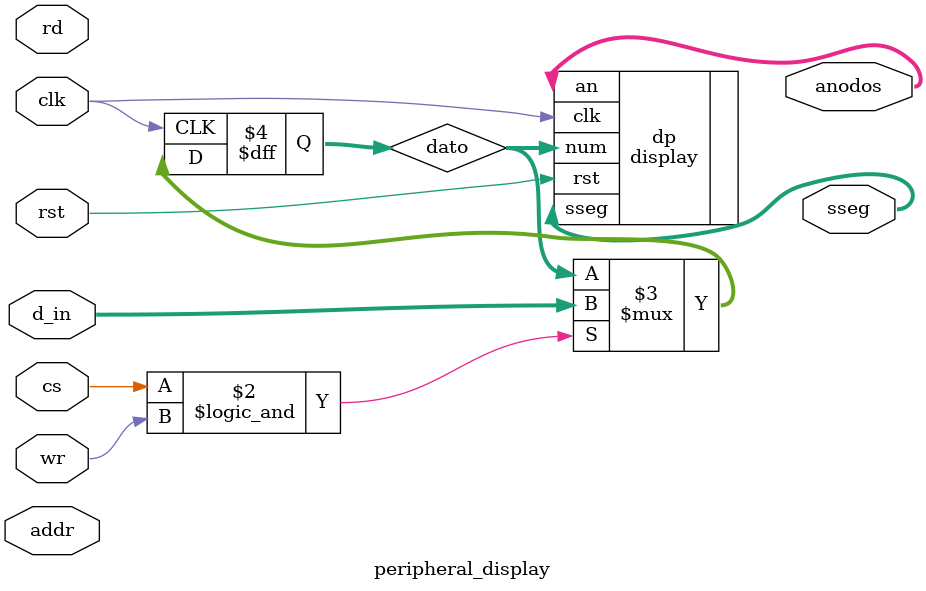
<source format=v>
module peripheral_display(clk,rst,d_in,cs,addr,rd,wr,sseg,anodos);

  input clk;
  input rst;
  input [15:0]d_in;
  input cs;
  input [3:0]addr;
  input rd;
  input wr;
 
  output [6:0]sseg;
  output [3:0]anodos;
 
  
reg [15:0] dato;  // Un registro del dato a mostrar


always @(negedge clk) begin//-------------------- escritura de registros 
  // Dato de prueba:
  // dato[15:0]=16'h1234; 
  dato[15:0]  = (cs && wr) ? d_in[15:0] : dato;
end 
display dp (.num(dato),.sseg(sseg), .an(anodos), .rst(rst), .clk(clk));
// num va a al registro dato y lo lee constantemente

endmodule

</source>
